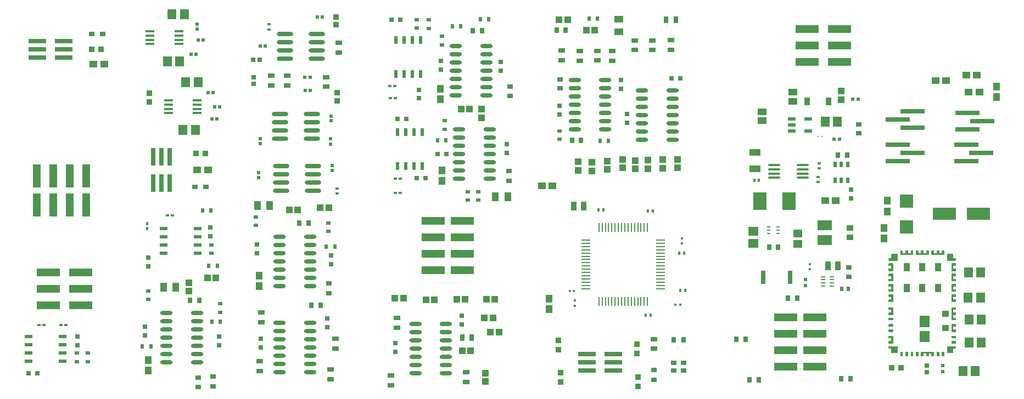
<source format=gbr>
%TF.GenerationSoftware,Altium Limited,Altium Designer,25.7.1 (20)*%
G04 Layer_Color=8421504*
%FSLAX45Y45*%
%MOMM*%
%TF.SameCoordinates,D8C98939-B5AC-4A14-9F93-74B2487226E3*%
%TF.FilePolarity,Positive*%
%TF.FileFunction,Paste,Top*%
%TF.Part,Single*%
G01*
G75*
%TA.AperFunction,SMDPad,CuDef*%
%ADD10R,3.68000X1.27000*%
%ADD11R,0.49000X0.55000*%
%ADD12R,0.90620X0.85490*%
%ADD13R,1.20840X1.01213*%
%ADD14R,1.01213X1.20840*%
%ADD15R,1.40000X1.50000*%
%ADD16R,1.35620X1.05500*%
%ADD17R,0.70000X0.90000*%
%ADD18R,0.22000X1.47500*%
%ADD19R,1.47500X0.22000*%
%ADD20R,1.47500X0.20000*%
%ADD21R,0.20000X1.47500*%
%ADD22R,1.00000X1.00000*%
%ADD23R,0.65000X0.90000*%
%ADD24R,1.05000X1.15000*%
%ADD25R,3.73000X0.74000*%
%ADD26R,1.00000X1.00000*%
%ADD27R,1.15000X1.05000*%
%ADD28R,1.45000X0.36000*%
%ADD29R,0.47500X0.47247*%
%ADD30O,2.50000X0.70000*%
%ADD31R,0.47247X0.47500*%
%ADD32R,0.93504X0.96213*%
%ADD33R,2.00000X2.00000*%
%ADD34R,0.47500X0.50000*%
%ADD35R,0.57247X0.56818*%
%ADD36R,1.40574X1.50822*%
%ADD37R,3.55000X1.85000*%
%ADD43R,1.45000X0.35000*%
%ADD44R,0.74000X2.79000*%
%ADD45R,0.80000X0.95000*%
%ADD46R,1.45620X1.25464*%
%ADD47R,2.30620X1.55490*%
%ADD48R,0.52000X0.45000*%
%ADD49R,0.52000X0.48000*%
%ADD50R,1.35620X1.05464*%
%ADD51R,0.91000X1.22000*%
%ADD53R,0.96213X0.91340*%
%ADD54R,1.27000X3.68000*%
%ADD55R,1.05000X1.40000*%
%ADD56O,1.90000X0.60000*%
G04:AMPARAMS|DCode=60|XSize=0.57mm|YSize=0.22mm|CornerRadius=0.0363mm|HoleSize=0mm|Usage=FLASHONLY|Rotation=180.000|XOffset=0mm|YOffset=0mm|HoleType=Round|Shape=RoundedRectangle|*
%AMROUNDEDRECTD60*
21,1,0.57000,0.14740,0,0,180.0*
21,1,0.49740,0.22000,0,0,180.0*
1,1,0.07260,-0.24870,0.07370*
1,1,0.07260,0.24870,0.07370*
1,1,0.07260,0.24870,-0.07370*
1,1,0.07260,-0.24870,-0.07370*
%
%ADD60ROUNDEDRECTD60*%
%ADD61R,0.46500X0.46000*%
%ADD62R,0.46000X0.47247*%
%ADD63R,0.47247X0.46000*%
%ADD64O,1.90000X0.35000*%
%ADD65R,1.15000X0.57000*%
%ADD66R,0.90000X0.70000*%
%ADD67R,0.65000X0.70000*%
%ADD68R,0.80000X1.00000*%
%ADD69R,1.00000X0.80000*%
%ADD70R,0.60000X0.90000*%
%ADD71R,0.70000X0.70000*%
%ADD72R,1.70000X1.10000*%
%ADD73R,2.00000X2.80000*%
%ADD74R,1.40000X1.05000*%
%ADD75R,0.60000X0.80000*%
%ADD76R,0.70000X0.65000*%
%ADD77R,0.95000X1.35000*%
%ADD78R,1.05000X0.90000*%
%ADD79R,0.94000X0.75000*%
%ADD80R,0.67248X0.66817*%
%ADD81R,0.62000X0.65000*%
G04:AMPARAMS|DCode=82|XSize=0.6mm|YSize=0.22mm|CornerRadius=0.044mm|HoleSize=0mm|Usage=FLASHONLY|Rotation=0.000|XOffset=0mm|YOffset=0mm|HoleType=Round|Shape=RoundedRectangle|*
%AMROUNDEDRECTD82*
21,1,0.60000,0.13200,0,0,0.0*
21,1,0.51200,0.22000,0,0,0.0*
1,1,0.08800,0.25600,-0.06600*
1,1,0.08800,-0.25600,-0.06600*
1,1,0.08800,-0.25600,0.06600*
1,1,0.08800,0.25600,0.06600*
%
%ADD82ROUNDEDRECTD82*%
G04:AMPARAMS|DCode=83|XSize=0.6mm|YSize=0.215mm|CornerRadius=0.043mm|HoleSize=0mm|Usage=FLASHONLY|Rotation=0.000|XOffset=0mm|YOffset=0mm|HoleType=Round|Shape=RoundedRectangle|*
%AMROUNDEDRECTD83*
21,1,0.60000,0.12900,0,0,0.0*
21,1,0.51400,0.21500,0,0,0.0*
1,1,0.08600,0.25700,-0.06450*
1,1,0.08600,-0.25700,-0.06450*
1,1,0.08600,-0.25700,0.06450*
1,1,0.08600,0.25700,0.06450*
%
%ADD83ROUNDEDRECTD83*%
%ADD84R,0.62000X0.58000*%
%ADD85R,1.50822X1.40574*%
%ADD86R,0.80000X2.00000*%
%ADD87R,0.80000X0.90000*%
%ADD88R,0.95000X0.75000*%
%ADD89R,0.90000X0.80000*%
%ADD90R,0.35000X0.42000*%
%ADD91R,0.95000X0.95000*%
%ADD92R,0.80000X0.60000*%
%ADD93R,0.93000X1.37000*%
%ADD94R,0.45000X0.42000*%
%ADD95R,0.43000X0.45000*%
G04:AMPARAMS|DCode=96|XSize=0.57mm|YSize=0.2mm|CornerRadius=0.033mm|HoleSize=0mm|Usage=FLASHONLY|Rotation=180.000|XOffset=0mm|YOffset=0mm|HoleType=Round|Shape=RoundedRectangle|*
%AMROUNDEDRECTD96*
21,1,0.57000,0.13400,0,0,180.0*
21,1,0.50400,0.20000,0,0,180.0*
1,1,0.06600,-0.25200,0.06700*
1,1,0.06600,0.25200,0.06700*
1,1,0.06600,0.25200,-0.06700*
1,1,0.06600,-0.25200,-0.06700*
%
%ADD96ROUNDEDRECTD96*%
%ADD97R,1.00000X0.75000*%
%ADD98R,0.47000X0.45000*%
%ADD99R,0.75000X0.94000*%
%ADD100R,0.45000X0.47000*%
G04:AMPARAMS|DCode=101|XSize=0.55mm|YSize=1.25mm|CornerRadius=0.0495mm|HoleSize=0mm|Usage=FLASHONLY|Rotation=90.000|XOffset=0mm|YOffset=0mm|HoleType=Round|Shape=RoundedRectangle|*
%AMROUNDEDRECTD101*
21,1,0.55000,1.15100,0,0,90.0*
21,1,0.45100,1.25000,0,0,90.0*
1,1,0.09900,0.57550,0.22550*
1,1,0.09900,0.57550,-0.22550*
1,1,0.09900,-0.57550,-0.22550*
1,1,0.09900,-0.57550,0.22550*
%
%ADD101ROUNDEDRECTD101*%
G04:AMPARAMS|DCode=102|XSize=0.55mm|YSize=1.25mm|CornerRadius=0.0495mm|HoleSize=0mm|Usage=FLASHONLY|Rotation=180.000|XOffset=0mm|YOffset=0mm|HoleType=Round|Shape=RoundedRectangle|*
%AMROUNDEDRECTD102*
21,1,0.55000,1.15100,0,0,180.0*
21,1,0.45100,1.25000,0,0,180.0*
1,1,0.09900,-0.22550,0.57550*
1,1,0.09900,0.22550,0.57550*
1,1,0.09900,0.22550,-0.57550*
1,1,0.09900,-0.22550,-0.57550*
%
%ADD102ROUNDEDRECTD102*%
%ADD103R,2.79000X0.74000*%
%ADD104R,0.25000X0.28000*%
%ADD105R,1.15000X0.60000*%
%ADD106R,0.53000X0.55000*%
%ADD107R,0.66817X0.67248*%
%ADD108R,0.46818X0.47247*%
%ADD109R,0.90000X0.80000*%
%ADD110R,0.95000X0.95000*%
G36*
X16720000Y4675000D02*
X16720995D01*
X16722832Y4674239D01*
X16724239Y4672832D01*
X16725000Y4670994D01*
Y4670000D01*
X16725000D01*
X16725000Y4610000D01*
Y4609005D01*
X16724239Y4607168D01*
X16722832Y4605761D01*
X16720995Y4605000D01*
X16529005D01*
X16527168Y4605761D01*
X16525761Y4607168D01*
X16525000Y4609005D01*
Y4610000D01*
X16525000Y4610000D01*
Y4670000D01*
Y4670994D01*
X16525761Y4672832D01*
X16527168Y4674238D01*
X16529005Y4675000D01*
X16530000D01*
X16530000Y4675000D01*
X16560001Y4675000D01*
X16560995Y4675000D01*
X16562833Y4674239D01*
X16564240Y4672832D01*
X16564999Y4670994D01*
X16564999Y4670000D01*
X16564999Y4670000D01*
Y4637000D01*
X16565096Y4636024D01*
X16565843Y4634222D01*
X16567223Y4632842D01*
X16569025Y4632096D01*
X16570000Y4632000D01*
X16600000D01*
X16600977Y4632096D01*
X16602779Y4632843D01*
X16604158Y4634223D01*
X16604904Y4636025D01*
X16605000Y4637001D01*
X16605000D01*
X16605000Y4670000D01*
Y4670994D01*
X16605762Y4672832D01*
X16607169Y4674239D01*
X16609006Y4675000D01*
X16610001D01*
X16610001Y4675000D01*
X16639999Y4675000D01*
X16640994D01*
X16642831Y4674238D01*
X16644238Y4672832D01*
X16645000Y4670994D01*
Y4670000D01*
X16645000D01*
X16645000Y4637000D01*
X16645096Y4636025D01*
X16645842Y4634222D01*
X16647221Y4632843D01*
X16649023Y4632096D01*
X16649998Y4632000D01*
X16649998D01*
X16680000Y4632000D01*
X16680975Y4632096D01*
X16682777Y4632843D01*
X16684157Y4634222D01*
X16684904Y4636025D01*
X16685001Y4637000D01*
X16685001D01*
X16685001Y4670000D01*
Y4670994D01*
X16685760Y4672832D01*
X16687167Y4674238D01*
X16689005Y4674999D01*
X16689999D01*
X16689999Y4675000D01*
X16720000Y4675000D01*
D02*
G37*
G36*
X16880000D02*
X16880994D01*
X16882832Y4674238D01*
X16884238Y4672832D01*
X16885001Y4670994D01*
Y4670000D01*
X16885001Y4670000D01*
X16885001Y4637000D01*
X16885097Y4636024D01*
X16885841Y4634222D01*
X16887221Y4632843D01*
X16889024Y4632096D01*
X16889999Y4632000D01*
X16889999Y4632000D01*
X16920000Y4632000D01*
X16920976Y4632096D01*
X16922778Y4632842D01*
X16924158Y4634222D01*
X16924904Y4636025D01*
X16925000Y4637000D01*
Y4637000D01*
X16925000Y4670000D01*
Y4670994D01*
X16925761Y4672832D01*
X16927168Y4674238D01*
X16929005Y4674999D01*
X16930000D01*
Y4675000D01*
X16960001Y4674999D01*
X16960994D01*
X16962833Y4674238D01*
X16964240Y4672832D01*
X16964999Y4670994D01*
Y4670000D01*
X16964999Y4670000D01*
X16964999Y4610000D01*
Y4609005D01*
X16964240Y4607168D01*
X16962833Y4605761D01*
X16960995Y4605000D01*
X16769006D01*
X16767168Y4605761D01*
X16765761Y4607168D01*
X16764999Y4609005D01*
Y4610000D01*
X16764999D01*
Y4670000D01*
Y4670994D01*
X16765761Y4672832D01*
X16767168Y4674238D01*
X16769005Y4674999D01*
X16770000D01*
X16770000Y4675000D01*
Y4675000D01*
X16800000Y4675000D01*
X16800995Y4675000D01*
X16802832Y4674239D01*
X16804239Y4672832D01*
X16805000Y4670994D01*
X16805000Y4670000D01*
X16805000Y4670000D01*
Y4636999D01*
X16805096Y4636024D01*
X16805843Y4634222D01*
X16807222Y4632842D01*
X16809026Y4632096D01*
X16810001Y4632000D01*
X16839999D01*
X16840976Y4632096D01*
X16842778Y4632842D01*
X16844157Y4634222D01*
X16844904Y4636025D01*
X16845000Y4637001D01*
X16845000D01*
X16845000Y4670000D01*
Y4670994D01*
X16845761Y4672832D01*
X16847168Y4674238D01*
X16849005Y4674999D01*
X16850000D01*
X16850000Y4675000D01*
X16880000Y4675000D01*
D02*
G37*
G36*
X16400000D02*
X16400993D01*
X16402832Y4674238D01*
X16404237Y4672832D01*
X16404999Y4670994D01*
Y4670000D01*
X16405000Y4670000D01*
X16405000Y4637000D01*
X16405096Y4636024D01*
X16405843Y4634222D01*
X16407220Y4632843D01*
X16409024Y4632096D01*
X16409999Y4632000D01*
X16409999Y4632000D01*
X16439999Y4632000D01*
X16440976Y4632096D01*
X16442778Y4632843D01*
X16444157Y4634222D01*
X16444904Y4636025D01*
X16445000Y4637000D01*
X16445000Y4637001D01*
Y4670000D01*
Y4670994D01*
X16445761Y4672832D01*
X16447168Y4674238D01*
X16449005Y4674999D01*
X16450000D01*
X16450000Y4675000D01*
X16480000Y4674999D01*
X16480994D01*
X16482832Y4674238D01*
X16484239Y4672832D01*
X16485001Y4670994D01*
Y4670000D01*
X16485001Y4670000D01*
X16485001Y4610000D01*
Y4609005D01*
X16484239Y4607168D01*
X16482832Y4605761D01*
X16480994Y4605000D01*
X16289006D01*
X16287167Y4605761D01*
X16285760Y4607168D01*
X16285001Y4609005D01*
Y4610000D01*
X16285001D01*
Y4670000D01*
Y4670994D01*
X16285760Y4672832D01*
X16287167Y4674238D01*
X16289005Y4674999D01*
X16289999D01*
X16289999Y4675000D01*
Y4675000D01*
X16320000Y4675000D01*
X16320995Y4675000D01*
X16322832Y4674239D01*
X16324239Y4672832D01*
X16325000Y4670994D01*
X16325000Y4670000D01*
X16325000Y4670000D01*
Y4636999D01*
X16325096Y4636024D01*
X16325842Y4634222D01*
X16327222Y4632842D01*
X16329024Y4632096D01*
X16330000Y4632000D01*
X16360001Y4632000D01*
X16360976Y4632096D01*
X16362778Y4632843D01*
X16364159Y4634223D01*
X16364903Y4636026D01*
X16364999Y4637001D01*
X16364999D01*
X16364999Y4670000D01*
Y4670994D01*
X16365761Y4672832D01*
X16367168Y4674238D01*
X16369005Y4674999D01*
X16370000D01*
X16370000Y4675000D01*
X16400000Y4675000D01*
D02*
G37*
G36*
X17099832Y4620239D02*
X17101239Y4618832D01*
X17102000Y4616994D01*
X17102000Y4616000D01*
Y4555000D01*
X17102097Y4554024D01*
X17102843Y4552222D01*
X17104222Y4550842D01*
X17106024Y4550096D01*
X17107001Y4550000D01*
X17139999Y4550000D01*
D01*
X17139999D01*
X17139999D01*
X17140994Y4550000D01*
X17142831Y4549239D01*
X17144238Y4547832D01*
X17145000Y4545994D01*
X17145000Y4545000D01*
X17145000Y4520000D01*
X17145000Y4520000D01*
Y4519005D01*
X17144238Y4517167D01*
X17142831Y4515761D01*
X17140994Y4515000D01*
X17139999D01*
X17010001Y4514999D01*
X17010001D01*
X17009006Y4514999D01*
X17007167Y4515760D01*
X17005762Y4517167D01*
X17005000Y4519005D01*
X17005000Y4520000D01*
Y4616000D01*
X17005000Y4616994D01*
X17005762Y4618832D01*
X17007169Y4620239D01*
X17009006Y4621000D01*
X17010001Y4621000D01*
X17097000Y4621000D01*
X17097000Y4621000D01*
X17097995Y4621000D01*
X17099832Y4620239D01*
D02*
G37*
G36*
X16242831D02*
X16244238Y4618832D01*
X16245000Y4616994D01*
X16245000Y4616000D01*
X16245000Y4616000D01*
X16245000Y4520000D01*
X16245000Y4519005D01*
X16244238Y4517167D01*
X16242831Y4515761D01*
X16240994Y4514999D01*
X16239999Y4515000D01*
Y4514999D01*
X16110001Y4515000D01*
X16109006D01*
X16107169Y4515761D01*
X16105762Y4517167D01*
X16105000Y4519005D01*
Y4520000D01*
Y4520000D01*
Y4545000D01*
Y4545994D01*
X16105762Y4547832D01*
X16107169Y4549239D01*
X16109006Y4550000D01*
X16110001D01*
X16110001Y4550000D01*
X16142999D01*
X16143974Y4550096D01*
X16145778Y4550842D01*
X16147157Y4552222D01*
X16147903Y4554024D01*
X16148000Y4555000D01*
X16148000Y4555000D01*
X16148000Y4616000D01*
Y4616994D01*
X16148761Y4618832D01*
X16150168Y4620239D01*
X16152007Y4621000D01*
X16153000D01*
Y4621000D01*
X16239999Y4621000D01*
X16240994Y4621000D01*
X16242831Y4620239D01*
D02*
G37*
G36*
X17139999Y4475000D02*
X17139999Y4474999D01*
X17140994Y4475000D01*
X17142831Y4474238D01*
X17144238Y4472832D01*
X17145000Y4470994D01*
X17145000Y4470000D01*
X17145000Y4440000D01*
X17145000Y4440000D01*
X17145000Y4439005D01*
X17144238Y4437167D01*
X17142831Y4435761D01*
X17140994Y4435000D01*
X17139999Y4435000D01*
X17107001Y4435000D01*
Y4435000D01*
X17106024Y4434904D01*
X17104222Y4434157D01*
X17102843Y4432778D01*
X17102097Y4430975D01*
X17102000Y4430000D01*
X17102000Y4400000D01*
X17102097Y4399024D01*
X17102843Y4397222D01*
X17104222Y4395842D01*
X17106024Y4395096D01*
X17107001Y4395000D01*
X17139999D01*
Y4394999D01*
X17140994D01*
X17142831Y4394238D01*
X17144238Y4392832D01*
X17145000Y4390994D01*
Y4390000D01*
X17145000Y4360000D01*
X17145000D01*
X17145000Y4359005D01*
X17144238Y4357168D01*
X17142831Y4355761D01*
X17140994Y4355000D01*
X17139999Y4355000D01*
X17080000Y4355000D01*
X17079005Y4354999D01*
X17077167Y4355760D01*
X17075761Y4357167D01*
X17075000Y4359005D01*
X17075000Y4360000D01*
Y4470000D01*
X17075000Y4470000D01*
X17075000Y4470994D01*
X17075761Y4472832D01*
X17077168Y4474239D01*
X17079005Y4475000D01*
X17080000Y4475000D01*
X17139999Y4475000D01*
Y4475000D01*
D02*
G37*
G36*
X16172832Y4474239D02*
X16174239Y4472832D01*
X16175000Y4470994D01*
X16175000Y4470000D01*
Y4470000D01*
X16175000Y4360000D01*
X16175000Y4359005D01*
X16174239Y4357167D01*
X16172833Y4355760D01*
X16170995Y4354999D01*
X16170000Y4355000D01*
X16110001Y4355000D01*
X16109006Y4355000D01*
X16107169Y4355761D01*
X16105762Y4357168D01*
X16105000Y4359005D01*
X16105000Y4360000D01*
Y4390000D01*
Y4390994D01*
X16105762Y4392832D01*
X16107169Y4394238D01*
X16109006Y4395000D01*
X16110001D01*
X16110001Y4395000D01*
X16142999D01*
X16143976Y4395095D01*
X16145778Y4395842D01*
X16147157Y4397221D01*
X16147903Y4399024D01*
X16148000Y4400000D01*
X16148000D01*
X16148000Y4430000D01*
X16147903Y4430975D01*
X16147157Y4432778D01*
X16145778Y4434157D01*
X16143974Y4434904D01*
X16142999Y4435000D01*
X16142999Y4435000D01*
X16110001Y4435000D01*
X16109006Y4435000D01*
X16107169Y4435761D01*
X16105762Y4437167D01*
X16105000Y4439005D01*
X16105000Y4440000D01*
Y4440000D01*
Y4470000D01*
Y4470994D01*
X16105762Y4472832D01*
X16107169Y4474238D01*
X16109006Y4474999D01*
X16110001D01*
X16110001Y4475000D01*
Y4475000D01*
X16170000Y4475000D01*
X16170995Y4475000D01*
X16172832Y4474239D01*
D02*
G37*
G36*
X16910332Y4479239D02*
X16911739Y4477832D01*
X16912500Y4475994D01*
Y4475000D01*
Y4355000D01*
Y4354005D01*
X16911739Y4352168D01*
X16910332Y4350761D01*
X16908495Y4350000D01*
X16821506D01*
X16819669Y4350761D01*
X16818262Y4352168D01*
X16817500Y4354005D01*
Y4355000D01*
Y4475000D01*
Y4475994D01*
X16818262Y4477832D01*
X16819669Y4479239D01*
X16821506Y4480000D01*
X16908495D01*
X16910332Y4479239D01*
D02*
G37*
G36*
X16670332D02*
X16671739Y4477832D01*
X16672501Y4475994D01*
Y4475000D01*
Y4355000D01*
Y4354005D01*
X16671739Y4352168D01*
X16670332Y4350761D01*
X16668494Y4350000D01*
X16581505D01*
X16579668Y4350761D01*
X16578261Y4352168D01*
X16577499Y4354005D01*
Y4355000D01*
Y4475000D01*
Y4475994D01*
X16578261Y4477832D01*
X16579668Y4479239D01*
X16581505Y4480000D01*
X16668494D01*
X16670332Y4479239D01*
D02*
G37*
G36*
X16430331D02*
X16431738Y4477832D01*
X16432500Y4475994D01*
Y4475000D01*
Y4355000D01*
Y4354005D01*
X16431738Y4352168D01*
X16430331Y4350761D01*
X16428494Y4350000D01*
X16341505D01*
X16339668Y4350761D01*
X16338261Y4352168D01*
X16337500Y4354005D01*
Y4355000D01*
Y4475000D01*
Y4475994D01*
X16338261Y4477832D01*
X16339668Y4479239D01*
X16341505Y4480000D01*
X16428494D01*
X16430331Y4479239D01*
D02*
G37*
G36*
X17139999Y4315000D02*
X17139999Y4314999D01*
X17140994Y4315000D01*
X17142831Y4314239D01*
X17144238Y4312832D01*
X17145000Y4310994D01*
X17145000Y4310000D01*
X17145000Y4280000D01*
X17145000D01*
X17145000Y4279005D01*
X17144238Y4277167D01*
X17142831Y4275761D01*
X17140994Y4275000D01*
X17139999Y4275000D01*
X17107001D01*
Y4275000D01*
X17106024Y4274904D01*
X17104222Y4274157D01*
X17102843Y4272778D01*
X17102097Y4270975D01*
X17102000Y4270000D01*
X17102000Y4240000D01*
Y4240000D01*
X17102097Y4239024D01*
X17102843Y4237221D01*
X17104222Y4235842D01*
X17106024Y4235095D01*
X17107001Y4235000D01*
X17139999Y4235000D01*
Y4234999D01*
X17140994D01*
X17142831Y4234238D01*
X17144238Y4232832D01*
X17145000Y4230994D01*
Y4230000D01*
X17145000Y4200000D01*
X17145000D01*
X17145000Y4199005D01*
X17144238Y4197168D01*
X17142831Y4195761D01*
X17140994Y4195000D01*
X17139999Y4195000D01*
X17080000Y4194999D01*
Y4195000D01*
X17079005Y4194999D01*
X17077167Y4195760D01*
X17075761Y4197167D01*
X17075000Y4199005D01*
X17075000Y4200000D01*
Y4310000D01*
X17075000Y4310000D01*
X17075000Y4310994D01*
X17075761Y4312832D01*
X17077168Y4314239D01*
X17079005Y4315000D01*
X17080000Y4315000D01*
X17139999Y4315000D01*
Y4315000D01*
D02*
G37*
G36*
X16172832Y4314239D02*
X16174239Y4312832D01*
X16175000Y4310994D01*
X16175000Y4310000D01*
Y4200000D01*
X16175000Y4199005D01*
X16174239Y4197167D01*
X16172833Y4195760D01*
X16170995Y4194999D01*
X16170000Y4194999D01*
X16110001Y4195000D01*
X16109006Y4195000D01*
X16107169Y4195761D01*
X16105762Y4197168D01*
X16105000Y4199005D01*
X16105000Y4200000D01*
Y4230000D01*
Y4230994D01*
X16105762Y4232832D01*
X16107169Y4234238D01*
X16109006Y4234999D01*
X16110001D01*
X16110001Y4235000D01*
X16142999Y4235000D01*
X16143976Y4235095D01*
X16145778Y4235842D01*
X16147157Y4237221D01*
X16147903Y4239024D01*
X16148000Y4240000D01*
X16148000Y4240000D01*
X16148000Y4270000D01*
X16147903Y4270975D01*
X16147157Y4272778D01*
X16145778Y4274157D01*
X16143974Y4274904D01*
X16142999Y4275000D01*
X16142999Y4275000D01*
X16110001D01*
X16109006Y4275000D01*
X16107169Y4275761D01*
X16105762Y4277167D01*
X16105000Y4279005D01*
X16105000Y4280000D01*
Y4310000D01*
Y4310994D01*
X16105762Y4312832D01*
X16107169Y4314239D01*
X16109006Y4314999D01*
X16110001D01*
X16110001Y4315000D01*
Y4315000D01*
X16170000Y4315000D01*
X16170995Y4315000D01*
X16172832Y4314239D01*
D02*
G37*
G36*
X17080000Y4155000D02*
X17139999D01*
X17139999Y4155000D01*
X17140994Y4155000D01*
X17142831Y4154239D01*
X17144238Y4152832D01*
X17145000Y4150994D01*
X17145000Y4150000D01*
X17145000Y4120000D01*
X17145000D01*
X17145000Y4119005D01*
X17144238Y4117168D01*
X17142831Y4115761D01*
X17140994Y4115000D01*
X17139999Y4115000D01*
X17107001D01*
Y4115000D01*
X17106024Y4114904D01*
X17104222Y4114157D01*
X17102843Y4112778D01*
X17102097Y4110975D01*
X17102000Y4110000D01*
X17102000Y4080000D01*
X17102097Y4079024D01*
X17102843Y4077221D01*
X17104222Y4075842D01*
X17106024Y4075095D01*
X17107001Y4075000D01*
X17139999D01*
Y4074999D01*
X17140994D01*
X17142831Y4074238D01*
X17144238Y4072832D01*
X17145000Y4070994D01*
Y4070000D01*
X17145000Y4040000D01*
X17145000D01*
X17145000Y4039005D01*
X17144238Y4037167D01*
X17142831Y4035761D01*
X17140994Y4035000D01*
X17139999Y4035000D01*
X17080000Y4035000D01*
X17079005Y4034999D01*
X17077167Y4035760D01*
X17075761Y4037167D01*
X17075000Y4039005D01*
X17075000Y4040000D01*
Y4150000D01*
X17075000D01*
X17075000Y4150994D01*
X17075761Y4152832D01*
X17077168Y4154239D01*
X17079005Y4155000D01*
X17080000Y4155000D01*
D02*
G37*
G36*
X16172832Y4154239D02*
X16174239Y4152832D01*
X16175000Y4150994D01*
X16175000Y4150000D01*
Y4040000D01*
X16175000Y4039005D01*
X16174239Y4037167D01*
X16172833Y4035760D01*
X16170995Y4034999D01*
X16170000Y4035000D01*
X16110001Y4035000D01*
X16109006Y4035000D01*
X16107169Y4035761D01*
X16105762Y4037167D01*
X16105000Y4039005D01*
X16105000Y4040000D01*
Y4070000D01*
Y4070994D01*
X16105762Y4072832D01*
X16107169Y4074238D01*
X16109006Y4074999D01*
X16110001D01*
X16110001Y4075000D01*
X16142999D01*
X16143976Y4075095D01*
X16145778Y4075842D01*
X16147157Y4077221D01*
X16147903Y4079024D01*
X16148000Y4079999D01*
X16148000Y4080000D01*
X16148000Y4110000D01*
X16147903Y4110975D01*
X16147157Y4112778D01*
X16145778Y4114157D01*
X16143974Y4114904D01*
X16142999Y4115000D01*
X16142999Y4115000D01*
X16110001D01*
X16109006Y4115000D01*
X16107169Y4115761D01*
X16105762Y4117168D01*
X16105000Y4119005D01*
X16105000Y4120000D01*
Y4150000D01*
Y4150994D01*
X16105762Y4152832D01*
X16107169Y4154238D01*
X16109006Y4154999D01*
X16110001D01*
X16110001Y4155000D01*
X16170000D01*
X16170995Y4155000D01*
X16172832Y4154239D01*
D02*
G37*
G36*
X16910332Y4159239D02*
X16911739Y4157832D01*
X16912500Y4155994D01*
Y4155000D01*
Y4035000D01*
Y4034005D01*
X16911739Y4032167D01*
X16910332Y4030761D01*
X16908495Y4030000D01*
X16821506D01*
X16819669Y4030761D01*
X16818262Y4032167D01*
X16817500Y4034005D01*
Y4035000D01*
Y4155000D01*
Y4155994D01*
X16818262Y4157832D01*
X16819669Y4159239D01*
X16821506Y4160000D01*
X16908495D01*
X16910332Y4159239D01*
D02*
G37*
G36*
X16670332D02*
X16671739Y4157832D01*
X16672501Y4155994D01*
Y4155000D01*
Y4035000D01*
Y4034005D01*
X16671739Y4032167D01*
X16670332Y4030761D01*
X16668494Y4030000D01*
X16581505D01*
X16579668Y4030761D01*
X16578261Y4032167D01*
X16577499Y4034005D01*
Y4035000D01*
Y4155000D01*
Y4155994D01*
X16578261Y4157832D01*
X16579668Y4159239D01*
X16581505Y4160000D01*
X16668494D01*
X16670332Y4159239D01*
D02*
G37*
G36*
X16430331D02*
X16431738Y4157832D01*
X16432500Y4155994D01*
Y4155000D01*
Y4035000D01*
Y4034005D01*
X16431738Y4032167D01*
X16430331Y4030761D01*
X16428494Y4030000D01*
X16341505D01*
X16339668Y4030761D01*
X16338261Y4032167D01*
X16337500Y4034005D01*
Y4035000D01*
Y4155000D01*
Y4155994D01*
X16338261Y4157832D01*
X16339668Y4159239D01*
X16341505Y4160000D01*
X16428494D01*
X16430331Y4159239D01*
D02*
G37*
G36*
X17142831Y3994239D02*
X17144238Y3992832D01*
X17145000Y3990994D01*
X17145000Y3990000D01*
X17145000Y3960000D01*
X17145000D01*
X17145000Y3959005D01*
X17144238Y3957168D01*
X17142831Y3955761D01*
X17140994Y3955000D01*
X17139999Y3955000D01*
X17107001D01*
Y3955000D01*
X17106024Y3954904D01*
X17104222Y3954157D01*
X17102843Y3952778D01*
X17102097Y3950975D01*
X17102000Y3950000D01*
X17102000Y3920000D01*
X17102097Y3919024D01*
X17102843Y3917222D01*
X17104222Y3915842D01*
X17106024Y3915096D01*
X17107001Y3915000D01*
X17139999D01*
Y3915000D01*
X17140994D01*
X17142831Y3914239D01*
X17144238Y3912832D01*
X17145000Y3910994D01*
Y3910000D01*
X17145000Y3880000D01*
X17145000D01*
X17145000Y3879005D01*
X17144238Y3877168D01*
X17142831Y3875761D01*
X17140994Y3875000D01*
X17139999Y3875000D01*
X17080000Y3875000D01*
X17079005Y3874999D01*
X17077167Y3875760D01*
X17075761Y3877167D01*
X17075000Y3879005D01*
X17075000Y3880000D01*
Y3990000D01*
X17075000Y3990000D01*
X17075000Y3990994D01*
X17075761Y3992832D01*
X17077168Y3994239D01*
X17079005Y3995000D01*
X17080000Y3995000D01*
X17139999Y3995000D01*
X17139999Y3995000D01*
X17140994Y3995000D01*
X17142831Y3994239D01*
D02*
G37*
G36*
X16172832D02*
X16174239Y3992832D01*
X16175000Y3990994D01*
X16175000Y3990000D01*
Y3880000D01*
X16175000Y3879005D01*
X16174239Y3877167D01*
X16172833Y3875760D01*
X16170995Y3874999D01*
X16170000Y3875000D01*
X16110001Y3875000D01*
X16109006Y3875000D01*
X16107169Y3875761D01*
X16105762Y3877168D01*
X16105000Y3879005D01*
X16105000Y3880000D01*
Y3910000D01*
Y3910994D01*
X16105762Y3912832D01*
X16107169Y3914238D01*
X16109006Y3915000D01*
X16110001D01*
X16110001Y3915000D01*
X16142999D01*
X16143976Y3915096D01*
X16145778Y3915842D01*
X16147157Y3917222D01*
X16147903Y3919024D01*
X16148000Y3920000D01*
X16148000Y3920000D01*
X16148000Y3950000D01*
X16147903Y3950975D01*
X16147157Y3952778D01*
X16145778Y3954157D01*
X16143974Y3954904D01*
X16142999Y3955000D01*
X16142999Y3955000D01*
X16110001D01*
X16109006Y3955000D01*
X16107169Y3955761D01*
X16105762Y3957168D01*
X16105000Y3959005D01*
X16105000Y3960000D01*
Y3990000D01*
Y3990994D01*
X16105762Y3992832D01*
X16107169Y3994238D01*
X16109006Y3994999D01*
X16110001D01*
X16110001Y3995000D01*
X16170000Y3995000D01*
X16170995Y3995000D01*
X16172832Y3994239D01*
D02*
G37*
G36*
Y3794239D02*
X16174239Y3792832D01*
X16175000Y3790994D01*
X16175000Y3790000D01*
X16175000Y3680000D01*
X16175000Y3679005D01*
X16174239Y3677167D01*
X16172833Y3675760D01*
X16170995Y3674999D01*
X16170000Y3675000D01*
X16170000D01*
X16110001Y3675000D01*
X16109006Y3675000D01*
X16107169Y3675761D01*
X16105762Y3677167D01*
X16105000Y3679005D01*
X16105000Y3680000D01*
Y3680000D01*
Y3710000D01*
Y3710994D01*
X16105762Y3712832D01*
X16107169Y3714238D01*
X16109006Y3714999D01*
X16110001D01*
Y3715000D01*
X16142999D01*
X16143976Y3715096D01*
X16145778Y3715842D01*
X16147157Y3717221D01*
X16147903Y3719024D01*
X16148000Y3720000D01*
X16148000Y3720000D01*
X16148000Y3750000D01*
X16147903Y3750975D01*
X16147157Y3752778D01*
X16145778Y3754157D01*
X16143974Y3754904D01*
X16142999Y3755000D01*
X16142999Y3755000D01*
X16110001D01*
X16109006Y3755000D01*
X16107169Y3755761D01*
X16105762Y3757167D01*
X16105000Y3759005D01*
X16105000Y3760000D01*
Y3790000D01*
Y3790994D01*
X16105762Y3792832D01*
X16107169Y3794239D01*
X16109006Y3795000D01*
X16110001Y3795000D01*
Y3795000D01*
Y3795000D01*
X16170000Y3795000D01*
X16170995Y3795000D01*
X16172832Y3794239D01*
D02*
G37*
G36*
X17139999Y3795000D02*
X17140994D01*
X17142831Y3794238D01*
X17144238Y3792832D01*
X17145000Y3790994D01*
Y3790000D01*
X17145000D01*
X17145000Y3760000D01*
X17145000Y3759005D01*
X17144238Y3757167D01*
X17142831Y3755761D01*
X17140994Y3755000D01*
X17139999Y3755000D01*
X17139999D01*
X17139999D01*
D01*
X17107001Y3755000D01*
X17106024Y3754904D01*
X17104222Y3754157D01*
X17102843Y3752777D01*
X17102097Y3750975D01*
X17102000Y3750000D01*
Y3720000D01*
X17102097Y3719024D01*
X17102843Y3717221D01*
X17104224Y3715842D01*
X17106026Y3715095D01*
X17107001Y3715000D01*
X17107002Y3715000D01*
X17139999Y3714999D01*
X17140994D01*
X17142831Y3714238D01*
X17144238Y3712832D01*
X17145000Y3710994D01*
Y3710000D01*
X17145000Y3710000D01*
X17145000Y3680000D01*
Y3679005D01*
X17144238Y3677168D01*
X17142831Y3675762D01*
X17140994Y3675000D01*
X17139999D01*
X17107001Y3675000D01*
X17106026Y3674904D01*
X17104224Y3674157D01*
X17102843Y3672778D01*
X17102097Y3670976D01*
X17102000Y3670001D01*
X17102000Y3640000D01*
X17102097Y3639024D01*
X17102843Y3637222D01*
X17104224Y3635842D01*
X17106026Y3635096D01*
X17107001Y3635000D01*
X17139999Y3635000D01*
X17140994D01*
X17142831Y3634238D01*
X17144238Y3632832D01*
X17145000Y3630994D01*
Y3630000D01*
X17145000D01*
X17145000Y3600000D01*
Y3599005D01*
X17144238Y3597168D01*
X17142831Y3595761D01*
X17140994Y3595000D01*
X17079005D01*
X17077168Y3595761D01*
X17075761Y3597168D01*
X17075000Y3599005D01*
Y3600000D01*
Y3600000D01*
Y3790000D01*
Y3790994D01*
X17075761Y3792832D01*
X17077168Y3794239D01*
X17079005Y3795000D01*
X17080000D01*
X17080000Y3795000D01*
X17139999Y3795000D01*
D02*
G37*
G36*
X17029832Y3741739D02*
X17031239Y3740332D01*
X17032001Y3738494D01*
Y3737500D01*
Y3652500D01*
Y3651505D01*
X17031239Y3649668D01*
X17029832Y3648261D01*
X17027994Y3647500D01*
X16932005D01*
X16930168Y3648261D01*
X16928761Y3649668D01*
X16928000Y3651505D01*
Y3652500D01*
Y3737500D01*
Y3738494D01*
X16928761Y3740332D01*
X16930168Y3741739D01*
X16932005Y3742500D01*
X17027994D01*
X17029832Y3741739D01*
D02*
G37*
G36*
X16172832Y3634239D02*
X16174239Y3632832D01*
X16175000Y3630994D01*
Y3630000D01*
Y3600000D01*
Y3599005D01*
X16174239Y3597168D01*
X16172832Y3595761D01*
X16170995Y3595000D01*
X16109006D01*
X16107169Y3595761D01*
X16105762Y3597168D01*
X16105000Y3599005D01*
Y3600000D01*
Y3630000D01*
Y3630994D01*
X16105762Y3632832D01*
X16107169Y3634239D01*
X16109006Y3635000D01*
X16170995D01*
X16172832Y3634239D01*
D02*
G37*
G36*
Y3534239D02*
X16174239Y3532832D01*
X16175000Y3530994D01*
Y3530000D01*
Y3500000D01*
Y3499005D01*
X16174239Y3497168D01*
X16172832Y3495761D01*
X16170995Y3495000D01*
X16109006D01*
X16107169Y3495761D01*
X16105762Y3497168D01*
X16105000Y3499005D01*
Y3500000D01*
Y3530000D01*
Y3530994D01*
X16105762Y3532832D01*
X16107169Y3534239D01*
X16109006Y3535000D01*
X16170995D01*
X16172832Y3534239D01*
D02*
G37*
G36*
X17080000Y3535000D02*
X17139999D01*
X17139999Y3535000D01*
X17140994Y3535000D01*
X17142831Y3534239D01*
X17144238Y3532832D01*
X17145000Y3530994D01*
X17145000Y3530000D01*
X17145000Y3500000D01*
X17145000D01*
X17145000Y3499005D01*
X17144238Y3497168D01*
X17142831Y3495761D01*
X17140994Y3495000D01*
X17139999Y3495000D01*
X17107001D01*
Y3495000D01*
X17106024Y3494904D01*
X17104222Y3494157D01*
X17102843Y3492778D01*
X17102097Y3490975D01*
X17102000Y3490000D01*
X17102000Y3460000D01*
Y3460000D01*
X17102097Y3459024D01*
X17102843Y3457222D01*
X17104222Y3455842D01*
X17106024Y3455095D01*
X17107001Y3455000D01*
X17139999D01*
X17139999Y3454999D01*
X17140994D01*
X17142831Y3454238D01*
X17144238Y3452832D01*
X17145000Y3450994D01*
Y3450000D01*
X17145000Y3420000D01*
X17145000Y3420000D01*
X17145000Y3419005D01*
X17144238Y3417167D01*
X17142831Y3415761D01*
X17140994Y3415000D01*
X17139999Y3415000D01*
X17080000Y3415000D01*
X17080000Y3415000D01*
X17079005Y3415000D01*
X17077167Y3415761D01*
X17075761Y3417167D01*
X17075000Y3419005D01*
X17075000Y3420000D01*
Y3530000D01*
X17075000D01*
X17075000Y3530994D01*
X17075761Y3532832D01*
X17077168Y3534239D01*
X17079005Y3535000D01*
X17080000Y3535000D01*
D02*
G37*
G36*
X16734332Y3661239D02*
X16735739Y3659832D01*
X16736501Y3657994D01*
Y3657000D01*
Y3495000D01*
Y3494005D01*
X16735739Y3492168D01*
X16734332Y3490761D01*
X16732494Y3490000D01*
X16584505D01*
X16582668Y3490761D01*
X16581261Y3492168D01*
X16580499Y3494005D01*
Y3495000D01*
Y3657000D01*
Y3657994D01*
X16581261Y3659832D01*
X16582668Y3661239D01*
X16584505Y3662000D01*
X16732494D01*
X16734332Y3661239D01*
D02*
G37*
G36*
X17029832Y3521739D02*
X17031239Y3520332D01*
X17032001Y3518494D01*
Y3517500D01*
Y3432500D01*
Y3431505D01*
X17031239Y3429668D01*
X17029832Y3428261D01*
X17027994Y3427500D01*
X16932005D01*
X16930168Y3428261D01*
X16928761Y3429668D01*
X16928000Y3431505D01*
Y3432500D01*
Y3517500D01*
Y3518494D01*
X16928761Y3520332D01*
X16930168Y3521739D01*
X16932005Y3522500D01*
X17027994D01*
X17029832Y3521739D01*
D02*
G37*
G36*
X16172832Y3454239D02*
X16174239Y3452832D01*
X16175000Y3450994D01*
Y3450000D01*
Y3420000D01*
Y3419005D01*
X16174239Y3417168D01*
X16172832Y3415761D01*
X16170995Y3415000D01*
X16109006D01*
X16107169Y3415761D01*
X16105762Y3417168D01*
X16105000Y3419005D01*
Y3420000D01*
Y3450000D01*
Y3450994D01*
X16105762Y3452832D01*
X16107169Y3454239D01*
X16109006Y3455000D01*
X16170995D01*
X16172832Y3454239D01*
D02*
G37*
G36*
X16172833Y3354240D02*
X16174239Y3352833D01*
X16175000Y3350995D01*
X16175000Y3350000D01*
X16175000Y3240000D01*
X16175000Y3239005D01*
X16174239Y3237168D01*
X16172832Y3235761D01*
X16170995Y3235000D01*
X16170000Y3235000D01*
X16110001D01*
Y3235000D01*
X16109006Y3235000D01*
X16107169Y3235761D01*
X16105762Y3237168D01*
X16105000Y3239005D01*
Y3240000D01*
Y3270000D01*
X16105000Y3270994D01*
X16105762Y3272832D01*
X16107169Y3274239D01*
X16109006Y3275000D01*
X16110001Y3275000D01*
X16142999D01*
X16143974Y3275096D01*
X16145778Y3275842D01*
X16147157Y3277222D01*
X16147903Y3279024D01*
X16148000Y3280000D01*
X16148000Y3310000D01*
X16148000D01*
X16147903Y3310975D01*
X16147157Y3312778D01*
X16145778Y3314158D01*
X16143976Y3314904D01*
X16142999Y3315000D01*
X16110001Y3315000D01*
X16109006D01*
X16107169Y3315761D01*
X16105762Y3317168D01*
X16105000Y3319005D01*
Y3320000D01*
Y3350000D01*
X16105000Y3350994D01*
X16105762Y3352832D01*
X16107169Y3354239D01*
X16109006Y3355000D01*
X16110001Y3355000D01*
X16170000Y3355000D01*
X16170000Y3355000D01*
X16170995Y3355001D01*
X16172833Y3354240D01*
D02*
G37*
G36*
X17142831Y3354239D02*
X17144238Y3352832D01*
X17145000Y3350994D01*
Y3350000D01*
Y3320000D01*
Y3319005D01*
X17144238Y3317168D01*
X17142831Y3315761D01*
X17140994Y3315000D01*
X17079005D01*
X17077168Y3315761D01*
X17075761Y3317168D01*
X17075000Y3319005D01*
Y3320000D01*
Y3350000D01*
Y3350994D01*
X17075761Y3352832D01*
X17077168Y3354239D01*
X17079005Y3355000D01*
X17140994D01*
X17142831Y3354239D01*
D02*
G37*
G36*
X16734332Y3429239D02*
X16735739Y3427832D01*
X16736501Y3425994D01*
Y3425000D01*
Y3263000D01*
Y3262005D01*
X16735739Y3260167D01*
X16734332Y3258761D01*
X16732494Y3258000D01*
X16584505D01*
X16582668Y3258761D01*
X16581261Y3260167D01*
X16580499Y3262005D01*
Y3263000D01*
Y3425000D01*
Y3425994D01*
X16581261Y3427832D01*
X16582668Y3429239D01*
X16584505Y3430000D01*
X16732494D01*
X16734332Y3429239D01*
D02*
G37*
G36*
X17142831Y3274239D02*
X17144238Y3272832D01*
X17145000Y3270994D01*
Y3270000D01*
Y3240000D01*
Y3239005D01*
X17144238Y3237168D01*
X17142831Y3235761D01*
X17140994Y3235000D01*
X17079005D01*
X17077168Y3235761D01*
X17075761Y3237168D01*
X17075000Y3239005D01*
Y3240000D01*
Y3270000D01*
Y3270994D01*
X17075761Y3272832D01*
X17077168Y3274239D01*
X17079005Y3275000D01*
X17140994D01*
X17142831Y3274239D01*
D02*
G37*
G36*
X17139999Y3195000D02*
X17140994D01*
X17142831Y3194239D01*
X17144238Y3192832D01*
X17145000Y3190994D01*
Y3190000D01*
X17145000D01*
X17145000Y3165000D01*
X17145000Y3164005D01*
X17144238Y3162167D01*
X17142831Y3160761D01*
X17140994Y3160000D01*
X17139999Y3160000D01*
X17139999Y3160000D01*
X17107001Y3160000D01*
X17106024Y3159904D01*
X17104222Y3159158D01*
X17102843Y3157778D01*
X17102097Y3155975D01*
X17102000Y3155000D01*
Y3155000D01*
X17102000Y3094000D01*
X17102000Y3093005D01*
X17101239Y3091167D01*
X17099832Y3089761D01*
X17097995Y3089000D01*
X17097000Y3089000D01*
X17010001D01*
X17009006Y3089000D01*
X17007169Y3089761D01*
X17005762Y3091168D01*
X17005000Y3093005D01*
X17005000Y3094000D01*
Y3190000D01*
X17005000Y3190994D01*
X17005762Y3192832D01*
X17007167Y3194239D01*
X17009006Y3195000D01*
X17010001Y3195000D01*
X17010001Y3195000D01*
X17139999Y3195000D01*
D02*
G37*
G36*
X16962833Y3104239D02*
X16964240Y3102832D01*
X16964999Y3100995D01*
Y3100000D01*
Y3040000D01*
Y3039005D01*
X16964240Y3037168D01*
X16962833Y3035761D01*
X16960995Y3035000D01*
X16929005D01*
X16927168Y3035761D01*
X16925761Y3037168D01*
X16925000Y3039005D01*
Y3040000D01*
Y3100000D01*
Y3100995D01*
X16925761Y3102832D01*
X16927168Y3104239D01*
X16929005Y3105000D01*
X16930000D01*
Y3105000D01*
X16960001Y3105000D01*
X16960995D01*
X16962833Y3104239D01*
D02*
G37*
G36*
X16239999Y3195000D02*
X16240994Y3195000D01*
X16242831Y3194239D01*
X16244238Y3192832D01*
X16245000Y3190994D01*
X16245000Y3190000D01*
X16245000Y3094000D01*
X16245000D01*
X16245000Y3093005D01*
X16244238Y3091168D01*
X16242831Y3089761D01*
X16240994Y3089000D01*
X16239999Y3089000D01*
X16153000D01*
X16152005Y3089000D01*
X16150168Y3089761D01*
X16148761Y3091168D01*
X16148000Y3093005D01*
X16148000Y3094000D01*
Y3155000D01*
X16148000D01*
X16147903Y3155975D01*
X16147157Y3157778D01*
X16145778Y3159157D01*
X16143974Y3159904D01*
X16142999Y3160000D01*
X16110001Y3160000D01*
X16110001D01*
X16109006Y3160000D01*
X16107169Y3160761D01*
X16105762Y3162168D01*
X16105000Y3164005D01*
X16105000Y3165000D01*
Y3190000D01*
Y3190994D01*
X16105762Y3192832D01*
X16107169Y3194239D01*
X16109006Y3195000D01*
X16110001D01*
X16239999Y3195000D01*
Y3195000D01*
D02*
G37*
G36*
X16882832Y3104239D02*
X16884239Y3102832D01*
X16885001Y3100995D01*
Y3100000D01*
Y3040000D01*
Y3039005D01*
X16884239Y3037168D01*
X16882832Y3035761D01*
X16880994Y3035000D01*
X16849005D01*
X16847168Y3035761D01*
X16845761Y3037168D01*
X16845000Y3039005D01*
Y3040000D01*
Y3100000D01*
Y3100995D01*
X16845761Y3102832D01*
X16847168Y3104239D01*
X16849005Y3105000D01*
X16880994D01*
X16882832Y3104239D01*
D02*
G37*
G36*
X16562833Y3104239D02*
X16564240Y3102832D01*
X16564999Y3100994D01*
Y3100000D01*
X16564999Y3100000D01*
X16564999Y3040000D01*
Y3039005D01*
X16564240Y3037168D01*
X16562833Y3035761D01*
X16560994Y3035000D01*
X16529005D01*
X16527168Y3035761D01*
X16525761Y3037168D01*
X16525000Y3039005D01*
Y3040000D01*
Y3100000D01*
Y3100994D01*
X16525761Y3102832D01*
X16527168Y3104239D01*
X16529005Y3105000D01*
X16560994D01*
X16562833Y3104239D01*
D02*
G37*
G36*
X16322832D02*
X16324239Y3102832D01*
X16325000Y3100994D01*
Y3100000D01*
Y3040000D01*
Y3039005D01*
X16324239Y3037168D01*
X16322832Y3035761D01*
X16320995Y3035000D01*
X16289005D01*
X16287167Y3035761D01*
X16285760Y3037168D01*
X16285001Y3039005D01*
Y3040000D01*
Y3100000D01*
Y3100994D01*
X16285760Y3102832D01*
X16287167Y3104239D01*
X16289005Y3105000D01*
X16320995D01*
X16322832Y3104239D01*
D02*
G37*
G36*
X16482832D02*
X16484239Y3102832D01*
X16485001Y3100994D01*
Y3100000D01*
X16485001Y3040000D01*
Y3039005D01*
X16484239Y3037168D01*
X16482832Y3035761D01*
X16480994Y3035000D01*
X16480000Y3035000D01*
X16449005D01*
X16447168Y3035761D01*
X16445761Y3037168D01*
X16445000Y3039005D01*
Y3040000D01*
Y3100000D01*
Y3100994D01*
X16445761Y3102832D01*
X16447168Y3104239D01*
X16449005Y3105000D01*
X16480994D01*
X16482832Y3104239D01*
D02*
G37*
G36*
X16402832D02*
X16404239Y3102832D01*
X16405000Y3100994D01*
Y3100000D01*
X16405000Y3040000D01*
Y3039005D01*
X16404237Y3037168D01*
X16402832Y3035761D01*
X16400993Y3035000D01*
X16400000Y3035000D01*
X16369005D01*
X16367168Y3035761D01*
X16365761Y3037168D01*
X16364999Y3039005D01*
Y3040000D01*
Y3100000D01*
Y3100994D01*
X16365761Y3102832D01*
X16367168Y3104239D01*
X16369005Y3105000D01*
X16400993D01*
X16402832Y3104239D01*
D02*
G37*
G36*
X16800000Y3104999D02*
X16800993D01*
X16802832Y3104238D01*
X16804239Y3102832D01*
X16805000Y3100994D01*
Y3100000D01*
X16805000Y3100000D01*
X16805000Y3040000D01*
Y3039005D01*
X16804237Y3037168D01*
X16802832Y3035761D01*
X16800993Y3035000D01*
X16800000D01*
Y3035000D01*
X16770000D01*
X16769005Y3035000D01*
X16767168Y3035761D01*
X16765761Y3037167D01*
X16764999Y3039005D01*
X16764999Y3040000D01*
X16764999Y3073000D01*
X16764903Y3073975D01*
X16764157Y3075777D01*
X16762778Y3077157D01*
X16760976Y3077903D01*
X16760001Y3077999D01*
X16760001Y3078000D01*
X16730000Y3077999D01*
X16729024Y3077903D01*
X16727222Y3077157D01*
X16725842Y3075777D01*
X16725095Y3073974D01*
X16725000Y3072998D01*
Y3072998D01*
X16725000Y3040000D01*
Y3039005D01*
X16724239Y3037168D01*
X16722832Y3035761D01*
X16720995Y3035000D01*
X16720000D01*
X16720000Y3035000D01*
X16689005D01*
X16687167Y3035761D01*
X16685760Y3037168D01*
X16685001Y3039005D01*
Y3040000D01*
X16685001D01*
X16685001Y3072999D01*
X16684904Y3073975D01*
X16684158Y3075777D01*
X16682777Y3077156D01*
X16680975Y3077903D01*
X16680000Y3077999D01*
Y3077999D01*
X16650000Y3078000D01*
X16649023Y3077904D01*
X16647221Y3077157D01*
X16645844Y3075777D01*
X16645096Y3073974D01*
X16645000Y3072999D01*
Y3072999D01*
X16645000Y3040000D01*
Y3039005D01*
X16644238Y3037168D01*
X16642831Y3035761D01*
X16640994Y3035000D01*
X16609006D01*
X16607169Y3035761D01*
X16605762Y3037168D01*
X16605000Y3039005D01*
Y3040000D01*
Y3100000D01*
Y3100994D01*
X16605762Y3102832D01*
X16607169Y3104238D01*
X16609006Y3104999D01*
X16610001D01*
X16610001Y3105000D01*
X16800000Y3104999D01*
D02*
G37*
D10*
X3150000Y4336500D02*
D03*
X3645000D02*
D03*
X3150000Y4082500D02*
D03*
X3645000D02*
D03*
X3150000Y3828500D02*
D03*
X3645000D02*
D03*
X15347501Y7582500D02*
D03*
X14852499D02*
D03*
X15347501Y7836500D02*
D03*
X14852499D02*
D03*
X15347501Y8090500D02*
D03*
X14852499D02*
D03*
X9085499Y4874499D02*
D03*
X14964999Y3381502D02*
D03*
Y3127502D02*
D03*
Y2873502D02*
D03*
X14521002Y3127502D02*
D03*
X14964999Y3635502D02*
D03*
X14521002Y3381502D02*
D03*
Y3635502D02*
D03*
Y2873502D02*
D03*
X9529501Y4874499D02*
D03*
X9085499Y4620499D02*
D03*
X9529501D02*
D03*
X9085499Y4366499D02*
D03*
X9529501Y5128499D02*
D03*
Y4366499D02*
D03*
X9085499Y5128499D02*
D03*
D11*
X15350000Y6395000D02*
D03*
X15264999D02*
D03*
D12*
X7605000Y7110130D02*
D03*
Y6985000D02*
D03*
X7587500Y8157433D02*
D03*
Y8282563D02*
D03*
D13*
X15124878Y5440000D02*
D03*
X15285252D02*
D03*
X16990373Y7297500D02*
D03*
X16830000D02*
D03*
X10920187Y5667500D02*
D03*
X10759813D02*
D03*
D14*
X9190000Y7173186D02*
D03*
Y7012812D02*
D03*
X9220000Y5905122D02*
D03*
Y5744749D02*
D03*
X6397500Y4285124D02*
D03*
Y4124750D02*
D03*
X4687500Y2980122D02*
D03*
Y2819748D02*
D03*
X10872500Y3927687D02*
D03*
Y3767314D02*
D03*
X16032500Y5020187D02*
D03*
Y4859813D02*
D03*
D15*
X5245000Y8322500D02*
D03*
X5055000D02*
D03*
X17345000Y3252500D02*
D03*
X17535001D02*
D03*
X17342500Y3610000D02*
D03*
X17532500D02*
D03*
X17337500Y4332500D02*
D03*
X17527499D02*
D03*
X17332500Y3942500D02*
D03*
X17522501D02*
D03*
X5265000Y7270000D02*
D03*
X5455000D02*
D03*
X5415000Y6535000D02*
D03*
X5225000D02*
D03*
X5175000Y7597500D02*
D03*
X4985000D02*
D03*
D16*
X14152499Y6677411D02*
D03*
Y6812588D02*
D03*
D17*
X9835000Y8067500D02*
D03*
X9695000D02*
D03*
X11222498Y6372500D02*
D03*
X11362498D02*
D03*
X7157500Y5100000D02*
D03*
X7017500D02*
D03*
X5472500Y3900000D02*
D03*
X5332500D02*
D03*
X10984999Y8080001D02*
D03*
X7344999Y3830000D02*
D03*
X11125004Y8080001D02*
D03*
X7205000Y3830000D02*
D03*
D18*
X12287001Y5032299D02*
D03*
X11637000D02*
D03*
X12387001Y3884696D02*
D03*
X11936999Y5032299D02*
D03*
X11687002Y3884696D02*
D03*
X11787002D02*
D03*
X12087001D02*
D03*
X12036999Y5032299D02*
D03*
X12387001D02*
D03*
X11987002Y3884696D02*
D03*
X11936999D02*
D03*
X12236999Y5032299D02*
D03*
X12136999D02*
D03*
X11836999D02*
D03*
X12287001Y3884696D02*
D03*
X12236999D02*
D03*
X11637000D02*
D03*
X11687002Y5032299D02*
D03*
D19*
X12585802Y4283497D02*
D03*
Y4433499D02*
D03*
Y4183497D02*
D03*
X11438199Y4283497D02*
D03*
Y4483496D02*
D03*
X12585802Y4683496D02*
D03*
X11438199Y4383496D02*
D03*
X12585802Y4783496D02*
D03*
Y4083497D02*
D03*
Y4833498D02*
D03*
Y4333499D02*
D03*
X11438199Y4083497D02*
D03*
Y4183497D02*
D03*
Y4683496D02*
D03*
Y4583496D02*
D03*
Y4783496D02*
D03*
Y4833498D02*
D03*
X12585802Y4533499D02*
D03*
D20*
X11438199Y4633498D02*
D03*
X12585802Y4133499D02*
D03*
Y4233499D02*
D03*
X11438199D02*
D03*
X12585802Y4483496D02*
D03*
X11438199Y4333499D02*
D03*
X12585802Y4733498D02*
D03*
Y4583496D02*
D03*
X11438199Y4533499D02*
D03*
Y4433499D02*
D03*
X12585802Y4383496D02*
D03*
X11438199Y4733498D02*
D03*
Y4133499D02*
D03*
X12585802Y4633498D02*
D03*
D21*
X12187001Y5032299D02*
D03*
X11887002D02*
D03*
X11787002D02*
D03*
X11737000D02*
D03*
Y3884696D02*
D03*
X11836999D02*
D03*
X11887002D02*
D03*
X12036999D02*
D03*
X12136999D02*
D03*
X12087001Y5032299D02*
D03*
X12187001Y3884696D02*
D03*
X11987002Y5032299D02*
D03*
X12336998D02*
D03*
Y3884696D02*
D03*
D22*
X9662500Y3119999D02*
D03*
X6995000Y5300000D02*
D03*
X6865000D02*
D03*
X7470001Y5332500D02*
D03*
X11442500Y8080000D02*
D03*
X11572500D02*
D03*
X9512500Y6855000D02*
D03*
X9642500D02*
D03*
X7340000Y5332500D02*
D03*
X5730000Y4247500D02*
D03*
X5600000D02*
D03*
X11025000Y8240000D02*
D03*
X11155000D02*
D03*
X8492500Y3939997D02*
D03*
X8622502D02*
D03*
X10095001Y3410001D02*
D03*
X9100002Y3912499D02*
D03*
X10035002Y3920002D02*
D03*
X10002500Y3632500D02*
D03*
X9572503Y3920002D02*
D03*
X9442501D02*
D03*
X9964999Y3410001D02*
D03*
X9532498Y3119999D02*
D03*
X9872497Y3632500D02*
D03*
X9904999Y3920002D02*
D03*
X8970000Y3912499D02*
D03*
D23*
X13957500Y2675000D02*
D03*
X14102499D02*
D03*
X13902499Y3300000D02*
D03*
X13757500D02*
D03*
X14555000Y3932500D02*
D03*
X14700000D02*
D03*
X15372501Y2687500D02*
D03*
X15517500D02*
D03*
D24*
X17767500Y7040000D02*
D03*
Y7205000D02*
D03*
X16082500Y5440000D02*
D03*
Y5275000D02*
D03*
D25*
X16472499Y6179998D02*
D03*
X17547501Y6667500D02*
D03*
X17321501Y6540500D02*
D03*
Y6794500D02*
D03*
X17306496Y6307000D02*
D03*
X16246500Y6052998D02*
D03*
X17532500Y6180000D02*
D03*
X17306496Y6053000D02*
D03*
X16246500Y6306998D02*
D03*
X16475502Y6570502D02*
D03*
Y6824502D02*
D03*
X16249498Y6697502D02*
D03*
D26*
X12620000Y5945002D02*
D03*
X15372501Y7132500D02*
D03*
X5318498Y4173459D02*
D03*
Y4043459D02*
D03*
X9825000Y6725000D02*
D03*
Y6855000D02*
D03*
X12005001Y6077502D02*
D03*
X11530001Y5902501D02*
D03*
X11317502Y5910001D02*
D03*
X9884999Y2647498D02*
D03*
X12392503Y5937499D02*
D03*
X12200002Y5932504D02*
D03*
X12005001Y5947499D02*
D03*
X11765001Y5922499D02*
D03*
X12847498Y5949996D02*
D03*
X15372501Y7002503D02*
D03*
X9884999Y2777500D02*
D03*
X11317502Y6039998D02*
D03*
X11530001Y6032503D02*
D03*
X12620000Y6075004D02*
D03*
X12392503Y6067501D02*
D03*
X12847498Y6079998D02*
D03*
X12200002Y6062501D02*
D03*
X11765001Y6052502D02*
D03*
D27*
X17302499Y7382500D02*
D03*
X17467500D02*
D03*
X17505000Y7120000D02*
D03*
X17339999D02*
D03*
X4007500Y7552004D02*
D03*
X3842496D02*
D03*
X5610001Y5919998D02*
D03*
X5445003D02*
D03*
D28*
X4997503Y6925004D02*
D03*
X5442501D02*
D03*
X4997503Y6860001D02*
D03*
X5442501D02*
D03*
Y6795002D02*
D03*
X4997503D02*
D03*
X5442501Y6990003D02*
D03*
X4997503D02*
D03*
D29*
X7297501Y8282498D02*
D03*
X5349646Y7700000D02*
D03*
X5456969Y7927503D02*
D03*
X6417142Y7830002D02*
D03*
X7373214Y8282498D02*
D03*
X6492855Y7830002D02*
D03*
X5532681Y7927503D02*
D03*
X5425359Y7700000D02*
D03*
D30*
X7287499Y8017002D02*
D03*
X6735003Y5592999D02*
D03*
X6717502Y6397000D02*
D03*
X6797502Y7763002D02*
D03*
X7225000Y5846999D02*
D03*
X7207499Y6651000D02*
D03*
X6735003Y5719999D02*
D03*
X7287499Y7636002D02*
D03*
X6717502Y6778000D02*
D03*
X6735003Y5973999D02*
D03*
X6797502Y7890002D02*
D03*
X7287499D02*
D03*
X6797502Y7636002D02*
D03*
X7287499Y7763002D02*
D03*
X6797502Y8017002D02*
D03*
X7225000Y5592999D02*
D03*
X6717502Y6651000D02*
D03*
X7207499Y6524000D02*
D03*
X6735003Y5846999D02*
D03*
X7225000Y5719999D02*
D03*
X7207499Y6397000D02*
D03*
Y6778000D02*
D03*
X6717502Y6524000D02*
D03*
X7225000Y5973999D02*
D03*
D31*
X6390000Y5797144D02*
D03*
X6417498Y6400002D02*
D03*
X7525202Y5983077D02*
D03*
X7504999Y6674998D02*
D03*
X5445003Y8092140D02*
D03*
Y8167853D02*
D03*
X7504999Y6750710D02*
D03*
X7525202Y5907364D02*
D03*
X6417498Y6324290D02*
D03*
X6390000Y5872856D02*
D03*
D32*
X16154420Y2862499D02*
D03*
X16297499D02*
D03*
D33*
X16382503Y5435001D02*
D03*
Y5035001D02*
D03*
D34*
X5671790Y6707500D02*
D03*
X5714643Y6895002D02*
D03*
X5609646Y7107499D02*
D03*
X5685358D02*
D03*
X5790356Y6895002D02*
D03*
X5747502Y6707500D02*
D03*
D35*
X16937500Y2804571D02*
D03*
Y2895000D02*
D03*
D36*
X17249998Y2812501D02*
D03*
X17435246D02*
D03*
X15312502Y6662501D02*
D03*
X15127254D02*
D03*
D37*
X16962502Y5237500D02*
D03*
X17492497D02*
D03*
D43*
X5162499Y7862494D02*
D03*
Y7927497D02*
D03*
Y8057495D02*
D03*
X4717501Y7862494D02*
D03*
Y8057495D02*
D03*
X5162499Y7992496D02*
D03*
X4717501Y7927497D02*
D03*
Y7992496D02*
D03*
D44*
X5022002Y6120003D02*
D03*
X4895002D02*
D03*
X4768002D02*
D03*
X5022002Y5713004D02*
D03*
X4895002D02*
D03*
X4768002D02*
D03*
D45*
X14267500Y4727499D02*
D03*
X14402501D02*
D03*
D46*
X14707500Y4772503D02*
D03*
Y4937658D02*
D03*
D47*
X15120000Y4834936D02*
D03*
Y5060061D02*
D03*
D48*
X7600002Y5628998D02*
D03*
X6555001Y8166500D02*
D03*
X7600002Y5551000D02*
D03*
X6555001Y8088502D02*
D03*
D49*
X7499998Y6396498D02*
D03*
Y6318499D02*
D03*
D50*
X14625002Y6972422D02*
D03*
Y7117578D02*
D03*
D51*
X14852498Y6977502D02*
D03*
X15179497D02*
D03*
D53*
X4702501Y7105455D02*
D03*
Y6964546D02*
D03*
D54*
X3729000Y5822500D02*
D03*
Y5378503D02*
D03*
X3475000Y5822500D02*
D03*
Y5378503D02*
D03*
X3221000D02*
D03*
X2967000Y5822500D02*
D03*
Y5378503D02*
D03*
X3221000Y5822500D02*
D03*
D55*
X6562501Y5367500D02*
D03*
X10230002Y5499999D02*
D03*
X6372499Y5367500D02*
D03*
X4925995Y4105961D02*
D03*
X10040000Y5499999D02*
D03*
X5115997Y4105961D02*
D03*
D56*
X7184502Y4887199D02*
D03*
X12772502Y7021500D02*
D03*
Y6386500D02*
D03*
X11734998Y7177999D02*
D03*
X11264997Y6796999D02*
D03*
X12302500Y6640500D02*
D03*
Y6513500D02*
D03*
X11734998Y6542999D02*
D03*
X11264997Y6669999D02*
D03*
X9280002Y3413999D02*
D03*
X8810000Y2905999D02*
D03*
Y3032999D02*
D03*
X9280002Y2778999D02*
D03*
X7182348Y3428843D02*
D03*
X6712346Y3047843D02*
D03*
X7182348Y2793843D02*
D03*
X6712346Y2920843D02*
D03*
X7184502Y4760199D02*
D03*
X4969998Y3452002D02*
D03*
X6714500Y4633199D02*
D03*
X9482501Y6292002D02*
D03*
X9432498Y7576002D02*
D03*
X5439999Y2944002D02*
D03*
X11264997Y6542999D02*
D03*
X11734998Y7050999D02*
D03*
X11264997Y7304999D02*
D03*
X11734998Y6923999D02*
D03*
Y6669999D02*
D03*
Y6796999D02*
D03*
X11264997Y7177999D02*
D03*
Y7050999D02*
D03*
X11734998Y7304999D02*
D03*
X11264997Y6923999D02*
D03*
X5439999Y3325002D02*
D03*
X6712346Y3174843D02*
D03*
X8810000Y3159999D02*
D03*
X7184502Y4506199D02*
D03*
X9952502Y6165002D02*
D03*
X9902500Y7449002D02*
D03*
X12302500Y6767500D02*
D03*
X12772502Y7148500D02*
D03*
X9432498Y7449002D02*
D03*
X9482501Y6165002D02*
D03*
X9280002Y3540999D02*
D03*
X6714500Y4506199D02*
D03*
X7182348Y3555843D02*
D03*
X4969998Y3325002D02*
D03*
X9432498Y7068002D02*
D03*
X9902500Y7576002D02*
D03*
Y7703002D02*
D03*
Y7195002D02*
D03*
X9432498Y7830002D02*
D03*
Y7703002D02*
D03*
Y7322002D02*
D03*
Y7195002D02*
D03*
X9902500Y7830002D02*
D03*
Y7322002D02*
D03*
Y7068002D02*
D03*
X12302500Y6894500D02*
D03*
Y7021500D02*
D03*
X9952502Y5911002D02*
D03*
Y6038002D02*
D03*
Y6292002D02*
D03*
Y6419002D02*
D03*
Y6546002D02*
D03*
X9482501Y6038002D02*
D03*
Y6419002D02*
D03*
Y6546002D02*
D03*
Y5911002D02*
D03*
Y5784002D02*
D03*
X9952502D02*
D03*
X6714500Y4760199D02*
D03*
Y4887199D02*
D03*
X7184502Y4379199D02*
D03*
Y4633199D02*
D03*
X6714500Y4379199D02*
D03*
Y4252199D02*
D03*
X7184502D02*
D03*
Y4125199D02*
D03*
X6714500D02*
D03*
X5439999Y3198002D02*
D03*
X4969998Y3071002D02*
D03*
Y2944002D02*
D03*
X5439999Y3452002D02*
D03*
Y3579002D02*
D03*
Y3706002D02*
D03*
X4969998Y3198002D02*
D03*
Y3579002D02*
D03*
Y3706002D02*
D03*
X5439999Y3071002D02*
D03*
X6712346Y3301843D02*
D03*
Y3428843D02*
D03*
X7182348Y2920843D02*
D03*
Y3301843D02*
D03*
Y3174843D02*
D03*
Y3047843D02*
D03*
X6712346Y3555843D02*
D03*
Y2793843D02*
D03*
X8810000Y2778999D02*
D03*
X9280002Y3286999D02*
D03*
X8810000Y3540999D02*
D03*
X9280002Y2905999D02*
D03*
Y3159999D02*
D03*
Y3032999D02*
D03*
X8810000Y3286999D02*
D03*
Y3413999D02*
D03*
X12772502Y6513500D02*
D03*
Y6894500D02*
D03*
Y6767500D02*
D03*
Y6640500D02*
D03*
X12302500Y6386500D02*
D03*
Y7148500D02*
D03*
D60*
X14401500Y4987503D02*
D03*
Y4937501D02*
D03*
X14253500Y5037501D02*
D03*
Y4937501D02*
D03*
D61*
X14887498Y4462856D02*
D03*
Y4387144D02*
D03*
D62*
X14031789Y5759999D02*
D03*
X12472502Y5282499D02*
D03*
X11705356Y5302500D02*
D03*
X12875357Y4629993D02*
D03*
X12967500Y4052500D02*
D03*
X12359645Y3677503D02*
D03*
X11629644Y5302500D02*
D03*
X12396790Y5282499D02*
D03*
X12951070Y4629993D02*
D03*
X12891788Y4052500D02*
D03*
X12435357Y3677503D02*
D03*
X14107500Y5759999D02*
D03*
D63*
X15032503Y5939648D02*
D03*
X15020000Y5805714D02*
D03*
Y5730001D02*
D03*
X15032503Y6015360D02*
D03*
D64*
X14779832Y5859866D02*
D03*
X14339835D02*
D03*
X14779832Y5794868D02*
D03*
Y5989869D02*
D03*
Y5924870D02*
D03*
X14339835D02*
D03*
Y5989869D02*
D03*
Y5794868D02*
D03*
D65*
X14607500Y6612499D02*
D03*
Y6517498D02*
D03*
Y6707500D02*
D03*
D66*
X15647502Y6482502D02*
D03*
X5455001Y2705003D02*
D03*
Y2564999D02*
D03*
X11042498Y7175002D02*
D03*
X15647502Y6622501D02*
D03*
X11042498Y7315007D02*
D03*
D67*
X12892496Y7332502D02*
D03*
X8440001Y8237501D02*
D03*
X9147500Y6159998D02*
D03*
X8530001Y6707500D02*
D03*
X8964996Y5790001D02*
D03*
X2979994Y2775001D02*
D03*
X2844998D02*
D03*
X8830000Y5790001D02*
D03*
X12757501Y7332502D02*
D03*
X9282496Y6159998D02*
D03*
X8664997Y6707500D02*
D03*
X8574997Y8237501D02*
D03*
D68*
X12822499Y8235000D02*
D03*
X9677502Y3330001D02*
D03*
X9527499D02*
D03*
X12672502Y8235000D02*
D03*
D69*
X12750002Y7922504D02*
D03*
X12460097Y7917398D02*
D03*
X12192498Y7917500D02*
D03*
X11842504Y7605003D02*
D03*
X11615000Y7607500D02*
D03*
X11342502Y7604999D02*
D03*
X11062498Y7612502D02*
D03*
X8527501Y3632500D02*
D03*
X9592498Y2640000D02*
D03*
X7575000Y3160000D02*
D03*
X8427502Y2740000D02*
D03*
X7497501Y2682499D02*
D03*
X6410000Y2960004D02*
D03*
X12487499Y3304997D02*
D03*
X11615000Y7757497D02*
D03*
X12487499Y3155000D02*
D03*
X8427502Y2589997D02*
D03*
X12192498Y7767498D02*
D03*
X7575000Y3310002D02*
D03*
X9592498Y2789997D02*
D03*
X8527501Y3482497D02*
D03*
X7497501Y2832501D02*
D03*
X6434999Y3712505D02*
D03*
X6410000Y2810002D02*
D03*
X12460097Y7767396D02*
D03*
X12750002Y7772502D02*
D03*
X11842504Y7755005D02*
D03*
X11342502Y7755001D02*
D03*
X11062498Y7762504D02*
D03*
X6434999Y3562502D02*
D03*
D70*
X15377499Y5759999D02*
D03*
X15282500D02*
D03*
X15377499Y5999998D02*
D03*
X15472501Y5759999D02*
D03*
Y5999998D02*
D03*
X15282500D02*
D03*
D71*
X15530002Y5475000D02*
D03*
Y5615000D02*
D03*
D72*
X14043233Y5931809D02*
D03*
Y6191814D02*
D03*
D73*
X14567499Y5432501D02*
D03*
X14117497D02*
D03*
D74*
X11942501Y8242503D02*
D03*
Y8052501D02*
D03*
D75*
X11617503Y8252501D02*
D03*
X11782500Y6367502D02*
D03*
X9147500Y6372499D02*
D03*
X7564999Y4730003D02*
D03*
X5527497Y5290002D02*
D03*
X5800000Y3572500D02*
D03*
X4597500Y3187500D02*
D03*
X9507500Y8135002D02*
D03*
X9377502D02*
D03*
X5752501Y4437502D02*
D03*
X5622503D02*
D03*
X11652498Y6367502D02*
D03*
X9277497Y6372499D02*
D03*
X9809998Y8244997D02*
D03*
X11487501Y8252501D02*
D03*
X5657499Y5290002D02*
D03*
X7435002Y4730003D02*
D03*
X9940000Y8244997D02*
D03*
X5669998Y3572500D02*
D03*
X4727502Y3187500D02*
D03*
D76*
X11974998Y7172498D02*
D03*
X12075003Y6647500D02*
D03*
X11030000Y6770003D02*
D03*
X10122499Y7584999D02*
D03*
X9197503Y7600000D02*
D03*
X8862502Y7022501D02*
D03*
X10217500Y6312499D02*
D03*
X9522501Y3527501D02*
D03*
X7507498Y4457502D02*
D03*
X7452502Y3490001D02*
D03*
X8497499Y3102503D02*
D03*
X6367501Y4627499D02*
D03*
X5644998Y5027498D02*
D03*
X4689998Y4429999D02*
D03*
X4639999Y3497499D02*
D03*
X6422502Y3312498D02*
D03*
X3600000Y3342500D02*
D03*
X5777499Y3205002D02*
D03*
X6422502Y3177502D02*
D03*
X5777499Y3340003D02*
D03*
X8497499Y3237499D02*
D03*
X4689998Y4564995D02*
D03*
X7507498Y4592503D02*
D03*
X8862502Y7157502D02*
D03*
X10217500Y6177498D02*
D03*
X11030000Y6904999D02*
D03*
X10122499Y7450003D02*
D03*
X12075003Y6782501D02*
D03*
X9197503Y7465004D02*
D03*
X11974998Y7307494D02*
D03*
X9522501Y3662497D02*
D03*
X5644998Y4892502D02*
D03*
X6367501Y4762495D02*
D03*
X7452502Y3624997D02*
D03*
X4639999Y3362504D02*
D03*
X3600000Y3207504D02*
D03*
D77*
X11252500Y5360005D02*
D03*
X11402502D02*
D03*
D78*
X15512502Y5020005D02*
D03*
Y4875002D02*
D03*
D79*
X15490991Y4407546D02*
D03*
Y4267546D02*
D03*
D80*
X16695624Y2794568D02*
D03*
Y2895000D02*
D03*
X6317498Y7247285D02*
D03*
Y7347717D02*
D03*
D81*
X15485005Y4082501D02*
D03*
X15385001D02*
D03*
D82*
X15097498Y4270004D02*
D03*
Y4120001D02*
D03*
X15227495D02*
D03*
Y4270004D02*
D03*
D83*
X15097498Y4170004D02*
D03*
X15227495D02*
D03*
Y4220001D02*
D03*
X15097498D02*
D03*
D84*
X14819998Y4221002D02*
D03*
Y4129003D02*
D03*
D85*
X14014999Y4779752D02*
D03*
Y4964999D02*
D03*
D86*
X14170000Y4257502D02*
D03*
X14589999D02*
D03*
D87*
X12792502Y3290001D02*
D03*
X12942499D02*
D03*
D88*
X12939999Y2822499D02*
D03*
X12794996Y2937500D02*
D03*
Y2822499D02*
D03*
X12939999Y2937500D02*
D03*
D89*
X12490003Y2674996D02*
D03*
X5685003Y2722499D02*
D03*
X10267500Y7207504D02*
D03*
X5685003Y2572497D02*
D03*
X7477501Y4012499D02*
D03*
X10252500Y5747498D02*
D03*
X10267500Y7057502D02*
D03*
X10252500Y5897500D02*
D03*
X7477501Y4162501D02*
D03*
X12490003Y2824998D02*
D03*
D90*
X11253001Y4050001D02*
D03*
X11187002D02*
D03*
D91*
X12242500Y2572500D02*
D03*
X11045003Y2640000D02*
D03*
X12222500Y3222498D02*
D03*
X11014999Y3282502D02*
D03*
X12242500Y2717504D02*
D03*
X11014999Y3137504D02*
D03*
X12222500Y3077500D02*
D03*
X11045003Y2784999D02*
D03*
D92*
X9215001Y7979999D02*
D03*
X6350000Y5190002D02*
D03*
X5800001Y3849996D02*
D03*
Y3719998D02*
D03*
X8832499Y8107503D02*
D03*
X9017500Y8235004D02*
D03*
X8832499Y8237500D02*
D03*
X9612498Y5452501D02*
D03*
Y5582498D02*
D03*
X3585002Y3087502D02*
D03*
Y2957500D02*
D03*
X5662498Y4760001D02*
D03*
X9260002Y6547500D02*
D03*
Y6677503D02*
D03*
X11030001Y6387495D02*
D03*
X5662498Y4629998D02*
D03*
X7462500Y4964999D02*
D03*
X9215001Y7849996D02*
D03*
X7462500Y5095001D02*
D03*
X9017500Y8105002D02*
D03*
X9775002Y5447502D02*
D03*
Y5577500D02*
D03*
X11030001Y6517498D02*
D03*
X3754999Y3087497D02*
D03*
X6350000Y5060005D02*
D03*
X3754999Y2957500D02*
D03*
X4692498Y3917498D02*
D03*
Y4047500D02*
D03*
D93*
X15167497Y4435003D02*
D03*
X15324501D02*
D03*
D94*
X12915001Y4780001D02*
D03*
X11270000Y3820003D02*
D03*
X12915001Y4860000D02*
D03*
X11270000Y3900002D02*
D03*
D95*
X12892245Y3835254D02*
D03*
X12812247D02*
D03*
D96*
X14401500Y5037501D02*
D03*
X14253500Y4987503D02*
D03*
D97*
X7622499Y7882438D02*
D03*
Y7732436D02*
D03*
X6582501Y7372497D02*
D03*
X6827500Y7222500D02*
D03*
Y7372497D02*
D03*
X7427498Y7200001D02*
D03*
Y7350003D02*
D03*
X6582501Y7222500D02*
D03*
D98*
X3002502Y3517500D02*
D03*
X3077503D02*
D03*
X8497499Y5780004D02*
D03*
X8572500D02*
D03*
X8412499Y7210000D02*
D03*
X8487500D02*
D03*
X3342502Y3520004D02*
D03*
X4987498Y5217500D02*
D03*
X8574999Y5564998D02*
D03*
X8494999Y7022501D02*
D03*
X8499998Y5564998D02*
D03*
X5062499Y5217500D02*
D03*
X8419998Y7022501D02*
D03*
X3417503Y3520004D02*
D03*
D99*
X15464999Y6150000D02*
D03*
X15325000D02*
D03*
D100*
X4675002Y5090003D02*
D03*
Y5015001D02*
D03*
D101*
X2844998Y3342503D02*
D03*
X4924999Y5015001D02*
D03*
X2844998Y2961503D02*
D03*
X4924999Y4634001D02*
D03*
X5449997Y4888001D02*
D03*
X3369996Y3215503D02*
D03*
X5449997Y4761001D02*
D03*
Y4634001D02*
D03*
Y5015001D02*
D03*
X4924999Y4761001D02*
D03*
Y4888001D02*
D03*
X3369996Y3342503D02*
D03*
X2844998Y3088503D02*
D03*
X3369996Y2961503D02*
D03*
Y3088503D02*
D03*
X2844998Y3215503D02*
D03*
D102*
X8532002Y5974999D02*
D03*
X8504001Y7400000D02*
D03*
X8913002Y5974999D02*
D03*
X8885001Y7400000D02*
D03*
X8659002Y6499997D02*
D03*
X8631001Y7924998D02*
D03*
Y7400000D02*
D03*
X8758001D02*
D03*
X8504001Y7924998D02*
D03*
X8758001D02*
D03*
X8885001D02*
D03*
X8786002Y6499997D02*
D03*
X8659002Y5974999D02*
D03*
X8532002Y6499997D02*
D03*
X8786002Y5974999D02*
D03*
X8913002Y6499997D02*
D03*
D103*
X11860002Y2946999D02*
D03*
X11453002D02*
D03*
X3382004Y7904500D02*
D03*
Y7777500D02*
D03*
Y7650500D02*
D03*
X2975000D02*
D03*
Y7777500D02*
D03*
Y7904500D02*
D03*
X11453002Y3073999D02*
D03*
X11860002D02*
D03*
X11453002Y2819999D02*
D03*
X11860002D02*
D03*
D104*
X15075002Y6435000D02*
D03*
X15020000D02*
D03*
D105*
X14867499Y6707500D02*
D03*
Y6517498D02*
D03*
D106*
X15555002Y7012500D02*
D03*
X15639999D02*
D03*
D107*
X6405001Y7615001D02*
D03*
X6304570D02*
D03*
D108*
X7107072Y7145000D02*
D03*
X7187499D02*
D03*
X7102287Y7349998D02*
D03*
X7182714D02*
D03*
D109*
X5410002Y5652501D02*
D03*
X3982501Y8017002D02*
D03*
X3812499D02*
D03*
X5580004Y5652501D02*
D03*
D110*
X3962496Y7782001D02*
D03*
X3817498D02*
D03*
X5572501Y6170000D02*
D03*
X5427502D02*
D03*
%TF.MD5,6eafb395aa2988c0922f59469f2711fe*%
M02*

</source>
